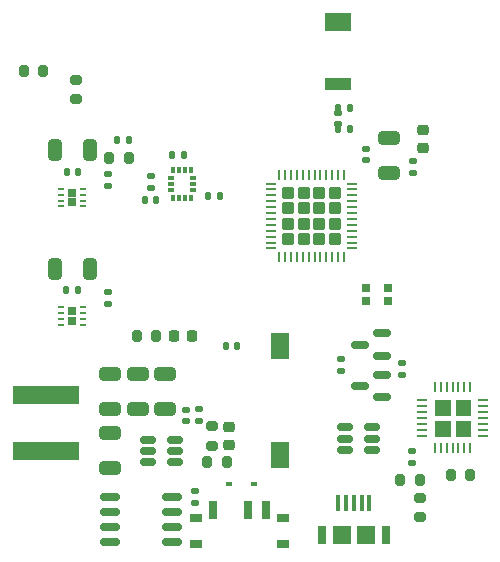
<source format=gtp>
%TF.GenerationSoftware,KiCad,Pcbnew,(6.0.6)*%
%TF.CreationDate,2022-07-17T19:58:46+03:00*%
%TF.ProjectId,Kontroller ESP,4b6f6e74-726f-46c6-9c65-72204553502e,rev?*%
%TF.SameCoordinates,Original*%
%TF.FileFunction,Paste,Top*%
%TF.FilePolarity,Positive*%
%FSLAX46Y46*%
G04 Gerber Fmt 4.6, Leading zero omitted, Abs format (unit mm)*
G04 Created by KiCad (PCBNEW (6.0.6)) date 2022-07-17 19:58:46*
%MOMM*%
%LPD*%
G01*
G04 APERTURE LIST*
G04 Aperture macros list*
%AMRoundRect*
0 Rectangle with rounded corners*
0 $1 Rounding radius*
0 $2 $3 $4 $5 $6 $7 $8 $9 X,Y pos of 4 corners*
0 Add a 4 corners polygon primitive as box body*
4,1,4,$2,$3,$4,$5,$6,$7,$8,$9,$2,$3,0*
0 Add four circle primitives for the rounded corners*
1,1,$1+$1,$2,$3*
1,1,$1+$1,$4,$5*
1,1,$1+$1,$6,$7*
1,1,$1+$1,$8,$9*
0 Add four rect primitives between the rounded corners*
20,1,$1+$1,$2,$3,$4,$5,0*
20,1,$1+$1,$4,$5,$6,$7,0*
20,1,$1+$1,$6,$7,$8,$9,0*
20,1,$1+$1,$8,$9,$2,$3,0*%
G04 Aperture macros list end*
%ADD10C,0.010000*%
%ADD11R,0.400000X1.350000*%
%ADD12R,1.500000X1.550000*%
%ADD13R,0.800000X1.550000*%
%ADD14RoundRect,0.062500X-0.337500X0.062500X-0.337500X-0.062500X0.337500X-0.062500X0.337500X0.062500X0*%
%ADD15RoundRect,0.062500X-0.062500X0.337500X-0.062500X-0.337500X0.062500X-0.337500X0.062500X0.337500X0*%
%ADD16RoundRect,0.250000X-0.285000X0.285000X-0.285000X-0.285000X0.285000X-0.285000X0.285000X0.285000X0*%
%ADD17RoundRect,0.135000X-0.135000X-0.185000X0.135000X-0.185000X0.135000X0.185000X-0.135000X0.185000X0*%
%ADD18R,2.300000X1.500000*%
%ADD19R,2.300000X1.000000*%
%ADD20RoundRect,0.250000X0.650000X-0.325000X0.650000X0.325000X-0.650000X0.325000X-0.650000X-0.325000X0*%
%ADD21RoundRect,0.150000X0.675000X0.150000X-0.675000X0.150000X-0.675000X-0.150000X0.675000X-0.150000X0*%
%ADD22RoundRect,0.135000X0.185000X-0.135000X0.185000X0.135000X-0.185000X0.135000X-0.185000X-0.135000X0*%
%ADD23R,0.700000X0.700000*%
%ADD24R,0.500000X0.250000*%
%ADD25R,0.750000X0.650000*%
%ADD26R,0.700000X1.500000*%
%ADD27R,1.000000X0.800000*%
%ADD28R,0.900000X0.254000*%
%ADD29R,0.254000X0.900000*%
%ADD30RoundRect,0.218750X0.218750X0.256250X-0.218750X0.256250X-0.218750X-0.256250X0.218750X-0.256250X0*%
%ADD31RoundRect,0.140000X0.170000X-0.140000X0.170000X0.140000X-0.170000X0.140000X-0.170000X-0.140000X0*%
%ADD32RoundRect,0.200000X0.200000X0.275000X-0.200000X0.275000X-0.200000X-0.275000X0.200000X-0.275000X0*%
%ADD33RoundRect,0.135000X0.135000X0.185000X-0.135000X0.185000X-0.135000X-0.185000X0.135000X-0.185000X0*%
%ADD34RoundRect,0.140000X0.140000X0.170000X-0.140000X0.170000X-0.140000X-0.170000X0.140000X-0.170000X0*%
%ADD35RoundRect,0.250000X-0.325000X-0.650000X0.325000X-0.650000X0.325000X0.650000X-0.325000X0.650000X0*%
%ADD36RoundRect,0.140000X-0.140000X-0.170000X0.140000X-0.170000X0.140000X0.170000X-0.140000X0.170000X0*%
%ADD37RoundRect,0.147500X0.172500X-0.147500X0.172500X0.147500X-0.172500X0.147500X-0.172500X-0.147500X0*%
%ADD38RoundRect,0.135000X-0.185000X0.135000X-0.185000X-0.135000X0.185000X-0.135000X0.185000X0.135000X0*%
%ADD39R,5.700000X1.600000*%
%ADD40RoundRect,0.150000X0.512500X0.150000X-0.512500X0.150000X-0.512500X-0.150000X0.512500X-0.150000X0*%
%ADD41RoundRect,0.250000X-0.650000X0.325000X-0.650000X-0.325000X0.650000X-0.325000X0.650000X0.325000X0*%
%ADD42RoundRect,0.225000X0.250000X-0.225000X0.250000X0.225000X-0.250000X0.225000X-0.250000X-0.225000X0*%
%ADD43RoundRect,0.200000X-0.200000X-0.275000X0.200000X-0.275000X0.200000X0.275000X-0.200000X0.275000X0*%
%ADD44R,0.350000X0.580000*%
%ADD45R,0.580000X0.350000*%
%ADD46RoundRect,0.200000X0.275000X-0.200000X0.275000X0.200000X-0.275000X0.200000X-0.275000X-0.200000X0*%
%ADD47RoundRect,0.150000X0.587500X0.150000X-0.587500X0.150000X-0.587500X-0.150000X0.587500X-0.150000X0*%
%ADD48RoundRect,0.225000X-0.250000X0.225000X-0.250000X-0.225000X0.250000X-0.225000X0.250000X0.225000X0*%
%ADD49R,1.600000X2.180000*%
%ADD50RoundRect,0.150000X-0.512500X-0.150000X0.512500X-0.150000X0.512500X0.150000X-0.512500X0.150000X0*%
%ADD51R,0.600000X0.450000*%
G04 APERTURE END LIST*
G36*
X172060000Y-122062520D02*
G01*
X170807480Y-122062520D01*
X170807480Y-120810000D01*
X172060000Y-120810000D01*
X172060000Y-122062520D01*
G37*
D10*
X172060000Y-122062520D02*
X170807480Y-122062520D01*
X170807480Y-120810000D01*
X172060000Y-120810000D01*
X172060000Y-122062520D01*
G36*
X172060000Y-120309587D02*
G01*
X170807520Y-120309587D01*
X170807520Y-119060000D01*
X172060000Y-119060000D01*
X172060000Y-120309587D01*
G37*
X172060000Y-120309587D02*
X170807520Y-120309587D01*
X170807520Y-119060000D01*
X172060000Y-119060000D01*
X172060000Y-120309587D01*
G36*
X173810000Y-122062730D02*
G01*
X172560456Y-122062730D01*
X172560456Y-120810000D01*
X173810000Y-120810000D01*
X173810000Y-122062730D01*
G37*
X173810000Y-122062730D02*
X172560456Y-122062730D01*
X172560456Y-120810000D01*
X173810000Y-120810000D01*
X173810000Y-122062730D01*
G36*
X173810000Y-120309938D02*
G01*
X172560062Y-120309938D01*
X172560062Y-119060000D01*
X173810000Y-119060000D01*
X173810000Y-120309938D01*
G37*
X173810000Y-120309938D02*
X172560062Y-120309938D01*
X172560062Y-119060000D01*
X173810000Y-119060000D01*
X173810000Y-120309938D01*
D11*
X162650000Y-127800000D03*
X163300000Y-127800000D03*
X163950000Y-127800000D03*
X164600000Y-127800000D03*
X165250000Y-127800000D03*
D12*
X164950000Y-130500000D03*
D13*
X161250000Y-130500000D03*
X166650000Y-130500000D03*
D12*
X162950000Y-130500000D03*
D14*
X163820000Y-100720000D03*
X163820000Y-101220000D03*
X163820000Y-101720000D03*
X163820000Y-102220000D03*
X163820000Y-102720000D03*
X163820000Y-103220000D03*
X163820000Y-103720000D03*
X163820000Y-104220000D03*
X163820000Y-104720000D03*
X163820000Y-105220000D03*
X163820000Y-105720000D03*
X163820000Y-106220000D03*
D15*
X163120000Y-106920000D03*
X162620000Y-106920000D03*
X162120000Y-106920000D03*
X161620000Y-106920000D03*
X161120000Y-106920000D03*
X160620000Y-106920000D03*
X160120000Y-106920000D03*
X159620000Y-106920000D03*
X159120000Y-106920000D03*
X158620000Y-106920000D03*
X158120000Y-106920000D03*
X157620000Y-106920000D03*
D14*
X156920000Y-106220000D03*
X156920000Y-105720000D03*
X156920000Y-105220000D03*
X156920000Y-104720000D03*
X156920000Y-104220000D03*
X156920000Y-103720000D03*
X156920000Y-103220000D03*
X156920000Y-102720000D03*
X156920000Y-102220000D03*
X156920000Y-101720000D03*
X156920000Y-101220000D03*
X156920000Y-100720000D03*
D15*
X157620000Y-100020000D03*
X158120000Y-100020000D03*
X158620000Y-100020000D03*
X159120000Y-100020000D03*
X159620000Y-100020000D03*
X160120000Y-100020000D03*
X160620000Y-100020000D03*
X161120000Y-100020000D03*
X161620000Y-100020000D03*
X162120000Y-100020000D03*
X162620000Y-100020000D03*
X163120000Y-100020000D03*
D16*
X161030000Y-105450000D03*
X162350000Y-105450000D03*
X158390000Y-105450000D03*
X158390000Y-104130000D03*
X162350000Y-101490000D03*
X161030000Y-104130000D03*
X162350000Y-104130000D03*
X159710000Y-104130000D03*
X158390000Y-102810000D03*
X161030000Y-102810000D03*
X159710000Y-105450000D03*
X158390000Y-101490000D03*
X159710000Y-101490000D03*
X159710000Y-102810000D03*
X162350000Y-102810000D03*
X161030000Y-101490000D03*
D17*
X162620000Y-96140000D03*
X163640000Y-96140000D03*
D18*
X162610000Y-87080000D03*
D19*
X162610000Y-92330000D03*
D20*
X145640000Y-119825000D03*
X145640000Y-116875000D03*
D21*
X148595000Y-131105000D03*
X148595000Y-129835000D03*
X148595000Y-128565000D03*
X148595000Y-127295000D03*
X143345000Y-127295000D03*
X143345000Y-128565000D03*
X143345000Y-129835000D03*
X143345000Y-131105000D03*
D22*
X162840000Y-116600000D03*
X162840000Y-115580000D03*
D23*
X164985000Y-110670000D03*
X166815000Y-110670000D03*
X166815000Y-109570000D03*
X164985000Y-109570000D03*
D24*
X141050000Y-111170000D03*
X141050000Y-111670000D03*
X141050000Y-112170000D03*
X141050000Y-112670000D03*
X139150000Y-112670000D03*
X139150000Y-112170000D03*
X139150000Y-111670000D03*
X139150000Y-111170000D03*
D25*
X140100000Y-111520000D03*
X140100000Y-112320000D03*
D26*
X156510000Y-128370000D03*
X155010000Y-128370000D03*
X152010000Y-128370000D03*
D27*
X150610000Y-129020000D03*
X150610000Y-131230000D03*
X157910000Y-129020000D03*
X157910000Y-131230000D03*
D28*
X169720000Y-119060000D03*
X169720000Y-119560000D03*
X169720000Y-120060000D03*
X169720000Y-120560000D03*
X169720000Y-121060000D03*
X169720000Y-121560000D03*
X169720000Y-122060000D03*
D29*
X170810000Y-123150000D03*
X171310000Y-123150000D03*
X171810000Y-123150000D03*
X172310000Y-123150000D03*
X172810000Y-123150000D03*
X173310000Y-123150000D03*
X173810000Y-123150000D03*
D28*
X174900000Y-122060000D03*
X174900000Y-121560000D03*
X174900000Y-121060000D03*
X174900000Y-120560000D03*
X174900000Y-120060000D03*
X174900000Y-119560000D03*
X174900000Y-119060000D03*
D29*
X173810000Y-117970000D03*
X173310000Y-117970000D03*
X172810000Y-117970000D03*
X172310000Y-117970000D03*
X171810000Y-117970000D03*
X171310000Y-117970000D03*
X170810000Y-117970000D03*
D30*
X150287500Y-113650000D03*
X148712500Y-113650000D03*
D31*
X143100000Y-110900000D03*
X143100000Y-109940000D03*
D32*
X137645000Y-91230000D03*
X135995000Y-91230000D03*
D31*
X164950000Y-98730000D03*
X164950000Y-97770000D03*
D33*
X144880000Y-97050000D03*
X143860000Y-97050000D03*
D24*
X141060000Y-101160000D03*
X141060000Y-101660000D03*
X141060000Y-102160000D03*
X141060000Y-102660000D03*
X139160000Y-102660000D03*
X139160000Y-102160000D03*
X139160000Y-101660000D03*
X139160000Y-101160000D03*
D25*
X140110000Y-101510000D03*
X140110000Y-102310000D03*
D32*
X169535000Y-125800000D03*
X167885000Y-125800000D03*
D31*
X168910000Y-124350000D03*
X168910000Y-123390000D03*
D34*
X154070000Y-114510000D03*
X153110000Y-114510000D03*
D35*
X138625000Y-107920000D03*
X141575000Y-107920000D03*
D36*
X146240000Y-102090000D03*
X147200000Y-102090000D03*
D37*
X162610000Y-95705000D03*
X162610000Y-94735000D03*
D38*
X167990000Y-115900000D03*
X167990000Y-116920000D03*
D39*
X137850000Y-123350000D03*
X137850000Y-118650000D03*
D17*
X148550000Y-98300000D03*
X149570000Y-98300000D03*
D40*
X165447500Y-123270000D03*
X165447500Y-122320000D03*
X165447500Y-121370000D03*
X163172500Y-121370000D03*
X163172500Y-122320000D03*
X163172500Y-123270000D03*
D20*
X143330000Y-119825000D03*
X143330000Y-116875000D03*
D32*
X147235000Y-113650000D03*
X145585000Y-113650000D03*
D38*
X150510000Y-126790000D03*
X150510000Y-127810000D03*
D17*
X151600000Y-101760000D03*
X152620000Y-101760000D03*
D41*
X143330000Y-121875000D03*
X143330000Y-124825000D03*
D42*
X169810000Y-97695000D03*
X169810000Y-96145000D03*
D31*
X149750000Y-120860000D03*
X149750000Y-119900000D03*
D43*
X172175000Y-125380000D03*
X173825000Y-125380000D03*
X143245000Y-98560000D03*
X144895000Y-98560000D03*
D44*
X150180000Y-99615000D03*
X149680000Y-99615000D03*
X149180000Y-99615000D03*
X148680000Y-99615000D03*
D45*
X148505000Y-100290000D03*
X148505000Y-100790000D03*
X148505000Y-101290000D03*
D44*
X148680000Y-101965000D03*
X149180000Y-101965000D03*
X149680000Y-101965000D03*
X150180000Y-101965000D03*
D45*
X150355000Y-101290000D03*
X150355000Y-100790000D03*
X150355000Y-100290000D03*
D32*
X153195000Y-124300000D03*
X151545000Y-124300000D03*
D46*
X169530000Y-128955000D03*
X169530000Y-127305000D03*
D20*
X147950000Y-119825000D03*
X147950000Y-116875000D03*
D31*
X146740000Y-101070000D03*
X146740000Y-100110000D03*
D20*
X166920000Y-99855000D03*
X166920000Y-96905000D03*
D47*
X166357500Y-118820000D03*
X166357500Y-116920000D03*
X164482500Y-117870000D03*
D48*
X153390000Y-121305000D03*
X153390000Y-122855000D03*
D49*
X157700000Y-123680000D03*
X157700000Y-114500000D03*
D31*
X143110000Y-100890000D03*
X143110000Y-99930000D03*
D38*
X169000000Y-98840000D03*
X169000000Y-99860000D03*
D33*
X163630000Y-94350000D03*
X162610000Y-94350000D03*
D50*
X146552500Y-122400000D03*
X146552500Y-123350000D03*
X146552500Y-124300000D03*
X148827500Y-124300000D03*
X148827500Y-123350000D03*
X148827500Y-122400000D03*
D35*
X138635000Y-97910000D03*
X141585000Y-97910000D03*
D47*
X166347500Y-115310000D03*
X166347500Y-113410000D03*
X164472500Y-114360000D03*
D46*
X140440000Y-93565000D03*
X140440000Y-91915000D03*
D51*
X153400000Y-126190000D03*
X155500000Y-126190000D03*
D36*
X139620000Y-109720000D03*
X140580000Y-109720000D03*
X139630000Y-99710000D03*
X140590000Y-99710000D03*
D46*
X151940000Y-122915000D03*
X151940000Y-121265000D03*
D22*
X150800000Y-120860000D03*
X150800000Y-119840000D03*
M02*

</source>
